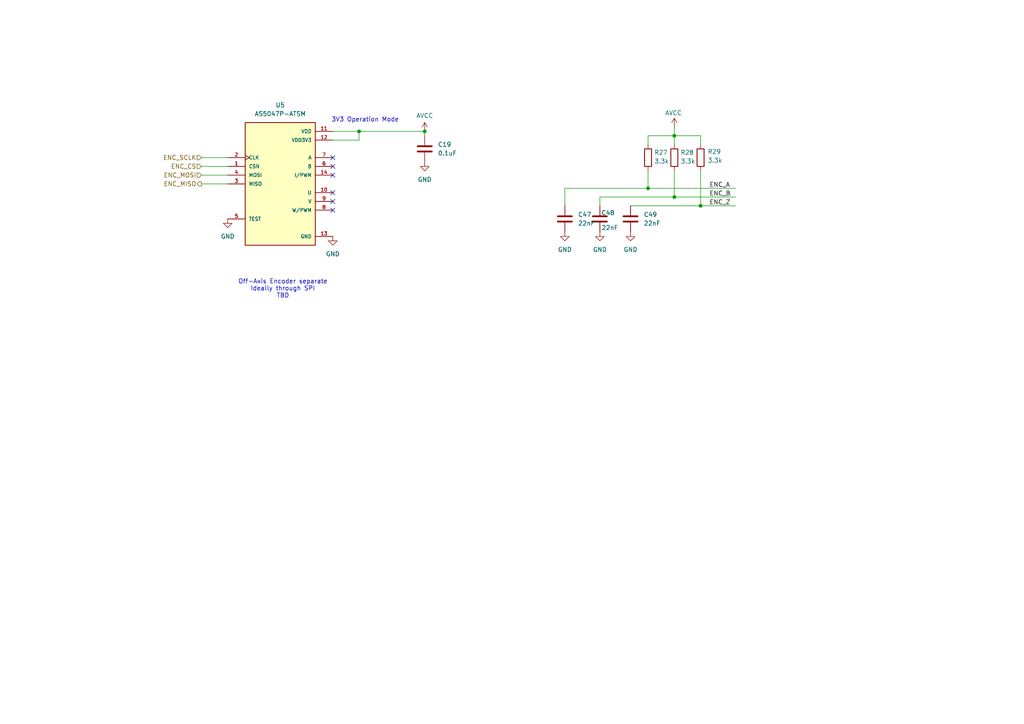
<source format=kicad_sch>
(kicad_sch (version 20231120) (generator "eeschema") (generator_version "8.0")
  (paper "A4")
  (lib_symbols
    (symbol "AS5047P-ATSM:AS5047P-ATSM" (pin_names (offset 1.016))
      (property "Reference" "U" (at -10.16 20.32 0))
      (property "Value" "AS5047P-ATSM" (at -10.16 -20.32 0))
      (symbol "AS5047P-ATSM_0_0"
        (rectangle (start -10.16 -17.78) (end 10.16 17.78) (stroke (width 0.254)) (fill (type background)))
        (pin input line (at -15.24 5.08 0) (length 5.08) (name "CSN") (number "1"))
        (pin output line (at 15.24 -2.54 180) (length 5.08) (name "U") (number "10"))
        (pin power_in line (at 15.24 15.24 180) (length 5.08) (name "VDD") (number "11"))
        (pin power_in line (at 15.24 12.7 180) (length 5.08) (name "VDD3V3") (number "12"))
        (pin power_in line (at 15.24 -15.24 180) (length 5.08) (name "GND") (number "13"))
        (pin output line (at 15.24 2.54 180) (length 5.08) (name "I/PWM") (number "14"))
        (pin input clock (at -15.24 7.62 0) (length 5.08) (name "CLK") (number "2"))
        (pin output line (at -15.24 0 0) (length 5.08) (name "MISO") (number "3"))
        (pin input line (at -15.24 2.54 0) (length 5.08) (name "MOSI") (number "4"))
        (pin passive line (at -15.24 -10.16 0) (length 5.08) (name "TEST") (number "5"))
        (pin output line (at 15.24 5.08 180) (length 5.08) (name "B") (number "6"))
        (pin output line (at 15.24 7.62 180) (length 5.08) (name "A") (number "7"))
        (pin output line (at 15.24 -7.62 180) (length 5.08) (name "W/PWM") (number "8"))
        (pin output line (at 15.24 -5.08 180) (length 5.08) (name "V") (number "9"))
      )
    )
    (symbol "Device:C" (pin_numbers hide) (pin_names (offset 0.254))
      (property "Reference" "C" (at 0.635 2.54 0))
      (property "Value" "C" (at 0.635 -2.54 0))
      (symbol "C_0_1"
        (polyline (pts (xy -2.032 -0.762) (xy 2.032 -0.762)) (stroke (width 0.508)))
        (polyline (pts (xy -2.032 0.762) (xy 2.032 0.762)) (stroke (width 0.508)))
      )
      (symbol "C_1_1"
        (pin passive line (at 0 3.81 270) (length 2.794) (name "~") (number "1"))
        (pin passive line (at 0 -3.81 90) (length 2.794) (name "~") (number "2"))
      )
    )
    (symbol "Device:R" (pin_numbers hide) (pin_names (offset 0))
      (property "Reference" "R" (at 2.032 0 90))
      (property "Value" "R" (at 0 0 90))
      (symbol "R_0_1"
        (rectangle (start -1.016 -2.54) (end 1.016 2.54) (stroke (width 0.254)))
      )
      (symbol "R_1_1"
        (pin passive line (at 0 3.81 270) (length 1.27) (name "~") (number "1"))
        (pin passive line (at 0 -3.81 90) (length 1.27) (name "~") (number "2"))
      )
    )
    (symbol "power:GND" (power) (pin_numbers hide) (pin_names (offset 0) hide)
      (property "Value" "GND" (at 0 -3.81 0))
      (symbol "GND_0_1"
        (polyline (pts (xy 0 0) (xy 0 -1.27) (xy 1.27 -1.27) (xy 0 -2.54) (xy -1.27 -1.27) (xy 0 -1.27)))
      )
      (symbol "GND_1_1"
        (pin power_in line (at 0 0 270) (length 0) (name "~") (number "1"))
      )
    )
    (symbol "power:VCC" (power) (pin_numbers hide) (pin_names (offset 0) hide)
      (property "Value" "VCC" (at 0 3.556 0))
      (symbol "VCC_0_1"
        (polyline (pts (xy -0.762 1.27) (xy 0 2.54)))
        (polyline (pts (xy 0 0) (xy 0 2.54)))
        (polyline (pts (xy 0 2.54) (xy 0.762 1.27)))
      )
      (symbol "VCC_1_1"
        (pin power_in line (at 0 0 90) (length 0) (name "~") (number "1"))
      )
    )
  )
  (junction (at 104.14 38.1))
  (junction (at 187.96 54.61))
  (junction (at 123.19 38.1))
  (junction (at 195.58 39.37))
  (junction (at 195.58 57.15))
  (junction (at 203.2 59.69))
  (no_connect (at 96.52 60.96))
  (no_connect (at 96.52 55.88))
  (no_connect (at 96.52 58.42))
  (no_connect (at 96.52 48.26))
  (no_connect (at 96.52 50.8))
  (no_connect (at 96.52 45.72))
  (wire (pts (xy 187.96 39.37) (xy 187.96 41.91)))
  (wire (pts (xy 58.42 45.72) (xy 66.04 45.72)))
  (wire (pts (xy 96.52 40.64) (xy 104.14 40.64)))
  (wire (pts (xy 195.58 57.15) (xy 213.36 57.15)))
  (wire (pts (xy 195.58 39.37) (xy 195.58 41.91)))
  (wire (pts (xy 58.42 53.34) (xy 66.04 53.34)))
  (wire (pts (xy 187.96 39.37) (xy 195.58 39.37)))
  (wire (pts (xy 96.52 38.1) (xy 104.14 38.1)))
  (wire (pts (xy 195.58 49.53) (xy 195.58 57.15)))
  (wire (pts (xy 58.42 48.26) (xy 66.04 48.26)))
  (wire (pts (xy 123.19 38.1) (xy 123.19 39.37)))
  (wire (pts (xy 187.96 49.53) (xy 187.96 54.61)))
  (wire (pts (xy 187.96 54.61) (xy 213.36 54.61)))
  (wire (pts (xy 203.2 39.37) (xy 203.2 41.91)))
  (wire (pts (xy 104.14 38.1) (xy 123.19 38.1)))
  (wire (pts (xy 203.2 49.53) (xy 203.2 59.69)))
  (wire (pts (xy 163.83 59.69) (xy 163.83 54.61)))
  (wire (pts (xy 195.58 39.37) (xy 203.2 39.37)))
  (wire (pts (xy 203.2 59.69) (xy 213.36 59.69)))
  (wire (pts (xy 173.99 57.15) (xy 195.58 57.15)))
  (wire (pts (xy 104.14 40.64) (xy 104.14 38.1)))
  (wire (pts (xy 195.58 36.83) (xy 195.58 39.37)))
  (wire (pts (xy 58.42 50.8) (xy 66.04 50.8)))
  (wire (pts (xy 173.99 59.69) (xy 173.99 57.15)))
  (wire (pts (xy 163.83 54.61) (xy 187.96 54.61)))
  (wire (pts (xy 182.88 59.69) (xy 203.2 59.69)))
  (text "Off-Axis Encoder separate\nIdeally through SPI\nTBD" (at 82.042 83.82 0) (effects (font (size 1.27 1.27))))
  (text "3V3 Operation Mode" (at 105.918 35.56 0) (effects (font (size 1.27 1.27)) (justify bottom)))
  (label "ENC_B" (at 205.74 57.15 0))
  (label "ENC_Z" (at 205.74 59.69 0))
  (label "ENC_A" (at 205.74 54.61 0))
  (hierarchical_label "ENC_MISO" (shape output) (at 58.42 53.34 180))
  (hierarchical_label "ENC_CS" (shape input) (at 58.42 48.26 180))
  (hierarchical_label "ENC_SCLK" (shape input) (at 58.42 45.72 180))
  (hierarchical_label "ENC_MOSI" (shape input) (at 58.42 50.8 180))
  (symbol (lib_id "Device:R") (at 195.58 45.72 0) (unit 1)
    (property "Reference" "R28" (at 197.358 44.958 0) (effects (justify left bottom)))
    (property "Value" "3.3k" (at 197.358 47.498 0) (effects (justify left bottom)))
    (property "Footprint" "Resistor_SMD:R_0603_1608Metric" (effects (hide yes)))
    (property "Description" "RES SMD 3.3K OHM 1% 1/10W 0603" (effects (hide yes)))
    (property "SUPPLIER 1" "Digi-Key" (effects (hide yes)))
    (property "SUPPLIER PART NUMBER 1" "311-3.30KHRCT-ND" (effects (hide yes)))
    (property "MANUFACTURER" "Yageo" (effects (hide yes)))
    (property "ROHS" "RoHS Compliant" (effects (hide yes)))
    (property "CATEGORY" "Resistors" (effects (hide yes)))
    (property "STOCK 1" "420019" (effects (hide yes)))
    (property "PRICING 1" "1=0.1, 10=0.014, 25=0.01, 100=0.0057, 250=0.00436, 500=0.00348, 1000=0.00257, 2500=0.00223 (USD)" (effects (hide yes)))
    (property "PACKAGING" "Cut Tape (CT)" (effects (hide yes)))
    (property "TOLERANCE" "±1%" (effects (hide yes)))
    (property "POWER (WATTS)" "0.1W, 1/10W" (effects (hide yes)))
    (property "COMPOSITION" "Thick Film" (effects (hide yes)))
    (property "FEATURES" "Moisture Resistant" (effects (hide yes)))
    (property "TEMPERATURE COEFFICIENT" "±100ppm/°C" (effects (hide yes)))
    (property "OPERATING TEMPERATURE" "-55°C ~ 155°C" (effects (hide yes)))
    (property "PACKAGE / CASE" "0603 (1608 Metric)" (effects (hide yes)))
    (property "SUPPLIER DEVICE PACKAGE" "0603" (effects (hide yes)))
    (property "SIZE / DIMENSION" "0.063\" L x 0.031\" W (1.60mm x 0.80mm)" (effects (hide yes)))
    (property "HEIGHT" "0.022\" (0.55mm)" (effects (hide yes)))
    (property "NUMBER OF TERMINATIONS" "2" (effects (hide yes)))
    (property "COMPONENTLINK1URL" "http://www.yageo.com/documents/recent/PYu-RC_Group_51_RoHS_L_04.pdf" (effects (hide yes)))
    (property "COMPONENTLINK1DESCRIPTION" "http://www.yageo.com/documents/recent/PYu-RC_Group_51_RoHS_L_04.pdf" (effects (hide yes)))
    (property "MANUFACTURER PART NUMBER" "RC0603FR-073K3L" (effects (hide yes)))
    (property "RESISTANCE (OHMS)" "3.3k" (effects (hide yes)))
    (property "LCSC Part #" " C108078" (effects (hide yes)))
  )
  (symbol (lib_id "power:GND") (at 123.19 46.99 0) (unit 1)
    (property "Reference" "#PWR021" (effects (hide yes)))
    (property "Value" "GND" (at 123.19 52.07 0))
    (property "Description" "Power symbol creates a global label with name \"GND\" , ground" (effects (hide yes)))
  )
  (symbol (lib_id "power:GND") (at 96.52 68.58 0) (unit 1)
    (property "Reference" "#PWR019" (effects (hide yes)))
    (property "Value" "GND" (at 96.52 73.66 0))
    (property "Description" "Power symbol creates a global label with name \"GND\" , ground" (effects (hide yes)))
  )
  (symbol (lib_id "power:VCC") (at 195.58 36.83 0) (unit 1)
    (property "Reference" "#PWR061" (effects (hide yes)))
    (property "Value" "AVCC" (at 195.326 32.766 0))
  )
  (symbol (lib_id "power:GND") (at 182.88 67.31 0) (unit 1)
    (property "Reference" "#PWR060" (effects (hide yes)))
    (property "Value" "GND" (at 182.88 72.39 0))
    (property "Description" "Power symbol creates a global label with name \"GND\" , ground" (effects (hide yes)))
  )
  (symbol (lib_id "power:VCC") (at 123.19 38.1 0) (unit 1)
    (property "Reference" "#PWR020" (effects (hide yes)))
    (property "Value" "AVCC" (at 123.19 33.528 0))
  )
  (symbol (lib_id "Device:C") (at 163.83 63.5 0) (unit 1)
    (property "Reference" "C47" (at 167.64 62.2299 0) (effects (justify left)))
    (property "Value" "22nF" (at 167.64 64.7699 0) (effects (justify left)))
    (property "Footprint" "Capacitor_SMD:C_0402_1005Metric" (effects (hide yes)))
    (property "Description" "Unpolarized capacitor" (effects (hide yes)))
    (property "LCSC Part #" "C1532" (effects (hide yes)))
  )
  (symbol (lib_id "power:GND") (at 66.04 63.5 0) (unit 1)
    (property "Reference" "#PWR018" (effects (hide yes)))
    (property "Value" "GND" (at 66.04 68.58 0))
    (property "Description" "Power symbol creates a global label with name \"GND\" , ground" (effects (hide yes)))
  )
  (symbol (lib_id "Device:R") (at 203.2 45.72 0) (unit 1)
    (property "Reference" "R29" (at 205.232 44.704 0) (effects (justify left bottom)))
    (property "Value" "3.3k" (at 205.232 47.244 0) (effects (justify left bottom)))
    (property "Footprint" "Resistor_SMD:R_0603_1608Metric" (effects (hide yes)))
    (property "Description" "RES SMD 3.3K OHM 1% 1/10W 0603" (effects (hide yes)))
    (property "SUPPLIER 1" "Digi-Key" (effects (hide yes)))
    (property "SUPPLIER PART NUMBER 1" "311-3.30KHRCT-ND" (effects (hide yes)))
    (property "MANUFACTURER" "Yageo" (effects (hide yes)))
    (property "ROHS" "RoHS Compliant" (effects (hide yes)))
    (property "CATEGORY" "Resistors" (effects (hide yes)))
    (property "STOCK 1" "420019" (effects (hide yes)))
    (property "PRICING 1" "1=0.1, 10=0.014, 25=0.01, 100=0.0057, 250=0.00436, 500=0.00348, 1000=0.00257, 2500=0.00223 (USD)" (effects (hide yes)))
    (property "PACKAGING" "Cut Tape (CT)" (effects (hide yes)))
    (property "TOLERANCE" "±1%" (effects (hide yes)))
    (property "POWER (WATTS)" "0.1W, 1/10W" (effects (hide yes)))
    (property "COMPOSITION" "Thick Film" (effects (hide yes)))
    (property "FEATURES" "Moisture Resistant" (effects (hide yes)))
    (property "TEMPERATURE COEFFICIENT" "±100ppm/°C" (effects (hide yes)))
    (property "OPERATING TEMPERATURE" "-55°C ~ 155°C" (effects (hide yes)))
    (property "PACKAGE / CASE" "0603 (1608 Metric)" (effects (hide yes)))
    (property "SUPPLIER DEVICE PACKAGE" "0603" (effects (hide yes)))
    (property "SIZE / DIMENSION" "0.063\" L x 0.031\" W (1.60mm x 0.80mm)" (effects (hide yes)))
    (property "HEIGHT" "0.022\" (0.55mm)" (effects (hide yes)))
    (property "NUMBER OF TERMINATIONS" "2" (effects (hide yes)))
    (property "COMPONENTLINK1URL" "http://www.yageo.com/documents/recent/PYu-RC_Group_51_RoHS_L_04.pdf" (effects (hide yes)))
    (property "COMPONENTLINK1DESCRIPTION" "http://www.yageo.com/documents/recent/PYu-RC_Group_51_RoHS_L_04.pdf" (effects (hide yes)))
    (property "MANUFACTURER PART NUMBER" "RC0603FR-073K3L" (effects (hide yes)))
    (property "RESISTANCE (OHMS)" "3.3k" (effects (hide yes)))
    (property "LCSC Part #" " C108078" (effects (hide yes)))
  )
  (symbol (lib_id "Device:R") (at 187.96 45.72 0) (unit 1)
    (property "Reference" "R27" (at 189.738 44.958 0) (effects (justify left bottom)))
    (property "Value" "3.3k" (at 189.738 47.498 0) (effects (justify left bottom)))
    (property "Footprint" "Resistor_SMD:R_0603_1608Metric" (effects (hide yes)))
    (property "Description" "RES SMD 3.3K OHM 1% 1/10W 0603" (effects (hide yes)))
    (property "SUPPLIER 1" "Digi-Key" (effects (hide yes)))
    (property "SUPPLIER PART NUMBER 1" "311-3.30KHRCT-ND" (effects (hide yes)))
    (property "MANUFACTURER" "Yageo" (effects (hide yes)))
    (property "ROHS" "RoHS Compliant" (effects (hide yes)))
    (property "CATEGORY" "Resistors" (effects (hide yes)))
    (property "STOCK 1" "420019" (effects (hide yes)))
    (property "PRICING 1" "1=0.1, 10=0.014, 25=0.01, 100=0.0057, 250=0.00436, 500=0.00348, 1000=0.00257, 2500=0.00223 (USD)" (effects (hide yes)))
    (property "PACKAGING" "Cut Tape (CT)" (effects (hide yes)))
    (property "TOLERANCE" "±1%" (effects (hide yes)))
    (property "POWER (WATTS)" "0.1W, 1/10W" (effects (hide yes)))
    (property "COMPOSITION" "Thick Film" (effects (hide yes)))
    (property "FEATURES" "Moisture Resistant" (effects (hide yes)))
    (property "TEMPERATURE COEFFICIENT" "±100ppm/°C" (effects (hide yes)))
    (property "OPERATING TEMPERATURE" "-55°C ~ 155°C" (effects (hide yes)))
    (property "PACKAGE / CASE" "0603 (1608 Metric)" (effects (hide yes)))
    (property "SUPPLIER DEVICE PACKAGE" "0603" (effects (hide yes)))
    (property "SIZE / DIMENSION" "0.063\" L x 0.031\" W (1.60mm x 0.80mm)" (effects (hide yes)))
    (property "HEIGHT" "0.022\" (0.55mm)" (effects (hide yes)))
    (property "NUMBER OF TERMINATIONS" "2" (effects (hide yes)))
    (property "COMPONENTLINK1URL" "http://www.yageo.com/documents/recent/PYu-RC_Group_51_RoHS_L_04.pdf" (effects (hide yes)))
    (property "COMPONENTLINK1DESCRIPTION" "http://www.yageo.com/documents/recent/PYu-RC_Group_51_RoHS_L_04.pdf" (effects (hide yes)))
    (property "MANUFACTURER PART NUMBER" "RC0603FR-073K3L" (effects (hide yes)))
    (property "RESISTANCE (OHMS)" "3.3k" (effects (hide yes)))
    (property "LCSC Part #" " C108078" (effects (hide yes)))
  )
  (symbol (lib_id "power:GND") (at 173.99 67.31 0) (unit 1)
    (property "Reference" "#PWR059" (effects (hide yes)))
    (property "Value" "GND" (at 173.99 72.39 0))
    (property "Description" "Power symbol creates a global label with name \"GND\" , ground" (effects (hide yes)))
  )
  (symbol (lib_id "Device:C") (at 173.99 63.5 0) (mirror y) (unit 1)
    (property "Reference" "C48" (at 178.308 61.722 0) (effects (justify left)))
    (property "Value" "22nF" (at 179.324 66.04 0) (effects (justify left)))
    (property "Footprint" "Capacitor_SMD:C_0402_1005Metric" (effects (hide yes)))
    (property "Description" "Unpolarized capacitor" (effects (hide yes)))
    (property "LCSC Part #" "C1532" (effects (hide yes)))
  )
  (symbol (lib_id "Device:C") (at 182.88 63.5 0) (unit 1)
    (property "Reference" "C49" (at 186.69 62.2299 0) (effects (justify left)))
    (property "Value" "22nF" (at 186.69 64.7699 0) (effects (justify left)))
    (property "Footprint" "Capacitor_SMD:C_0402_1005Metric" (effects (hide yes)))
    (property "Description" "Unpolarized capacitor" (effects (hide yes)))
    (property "LCSC Part #" "C1532" (effects (hide yes)))
  )
  (symbol (lib_id "AS5047P-ATSM:AS5047P-ATSM") (at 81.28 53.34 0) (unit 1)
    (property "Reference" "U5" (at 81.28 30.48 0))
    (property "Value" "AS5047P-ATSM" (at 81.28 33.02 0))
    (property "Footprint" "AMS:SOP65P640X120-14N" (effects (hide yes)))
    (property "MF" "ams" (effects (hide yes)))
    (property "Description_1" "\nRotary Encoder Magnetic Programmable PWM -\n" (effects (hide yes)))
    (property "Package" "TSSOP-14 ams" (effects (hide yes)))
    (property "Price" "None" (effects (hide yes)))
    (property "Check_prices" "https://www.snapeda.com/parts/AS5047P-ATSM/ams/view-part/?ref=eda" (effects (hide yes)))
    (property "STANDARD" "IPC 7351B" (effects (hide yes)))
    (property "PARTREV" "1-01" (effects (hide yes)))
    (property "SnapEDA_Link" "https://www.snapeda.com/parts/AS5047P-ATSM/ams/view-part/?ref=snap" (effects (hide yes)))
    (property "MP" "AS5047P-ATSM" (effects (hide yes)))
    (property "Purchase-URL" "https://www.snapeda.com/api/url_track_click_mouser/?unipart_id=602819&manufacturer=ams&part_name=AS5047P-ATSM&search_term=None" (effects (hide yes)))
    (property "Availability" "In Stock" (effects (hide yes)))
    (property "MANUFACTURER" "AMS" (effects (hide yes)))
    (property "LCSC Part #" "C962063" (effects (hide yes)))
  )
  (symbol (lib_id "Device:C") (at 123.19 43.18 0) (unit 1)
    (property "Reference" "C19" (at 127 41.9099 0) (effects (justify left)))
    (property "Value" "0.1uF" (at 127 44.4499 0) (effects (justify left)))
    (property "Footprint" "Capacitor_SMD:C_0402_1005Metric" (effects (hide yes)))
    (property "Description" "Unpolarized capacitor" (effects (hide yes)))
    (property "LCSC Part #" "C77055" (effects (hide yes)))
  )
  (symbol (lib_id "power:GND") (at 163.83 67.31 0) (unit 1)
    (property "Reference" "#PWR058" (effects (hide yes)))
    (property "Value" "GND" (at 163.83 72.39 0))
    (property "Description" "Power symbol creates a global label with name \"GND\" , ground" (effects (hide yes)))
  )
)
</source>
